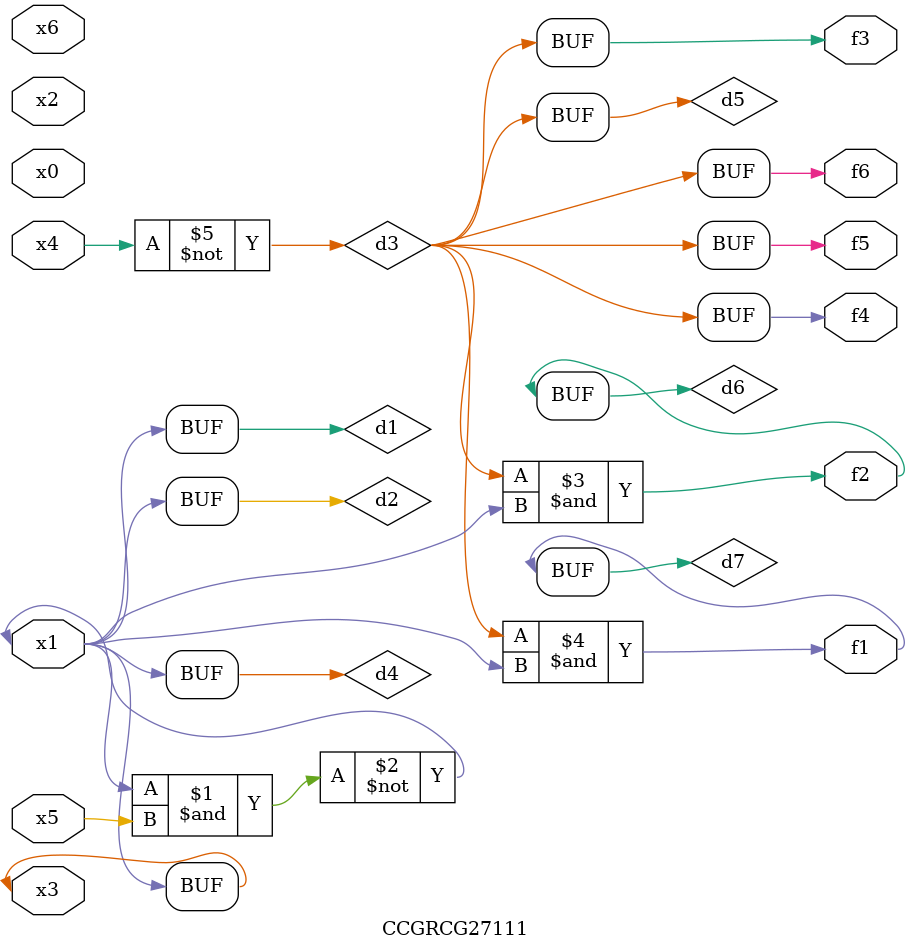
<source format=v>
module CCGRCG27111(
	input x0, x1, x2, x3, x4, x5, x6,
	output f1, f2, f3, f4, f5, f6
);

	wire d1, d2, d3, d4, d5, d6, d7;

	buf (d1, x1, x3);
	nand (d2, x1, x5);
	not (d3, x4);
	buf (d4, d1, d2);
	buf (d5, d3);
	and (d6, d3, d4);
	and (d7, d3, d4);
	assign f1 = d7;
	assign f2 = d6;
	assign f3 = d5;
	assign f4 = d5;
	assign f5 = d5;
	assign f6 = d5;
endmodule

</source>
